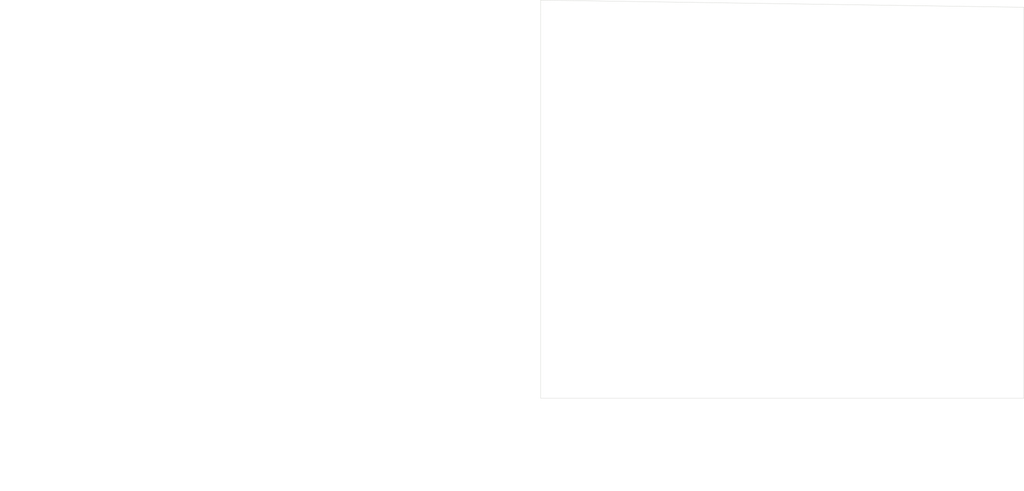
<source format=kicad_pcb>
(kicad_pcb (version 20171130) (host pcbnew 5.1.5+dfsg1-2~bpo9+1)

  (general
    (thickness 1.6)
    (drawings 9)
    (tracks 0)
    (zones 0)
    (modules 0)
    (nets 1)
  )

  (page A4)
  (layers
    (0 F.Cu signal)
    (31 B.Cu signal)
    (32 B.Adhes user)
    (33 F.Adhes user)
    (34 B.Paste user)
    (35 F.Paste user)
    (36 B.SilkS user)
    (37 F.SilkS user)
    (38 B.Mask user)
    (39 F.Mask user)
    (40 Dwgs.User user)
    (41 Cmts.User user)
    (42 Eco1.User user)
    (43 Eco2.User user)
    (44 Edge.Cuts user)
    (45 Margin user)
    (46 B.CrtYd user)
    (47 F.CrtYd user)
    (48 B.Fab user)
    (49 F.Fab user)
  )

  (setup
    (last_trace_width 0.25)
    (trace_clearance 0.2)
    (zone_clearance 0.508)
    (zone_45_only no)
    (trace_min 0.2)
    (via_size 0.8)
    (via_drill 0.4)
    (via_min_size 0.4)
    (via_min_drill 0.3)
    (uvia_size 0.3)
    (uvia_drill 0.1)
    (uvias_allowed no)
    (uvia_min_size 0.2)
    (uvia_min_drill 0.1)
    (edge_width 0.05)
    (segment_width 0.2)
    (pcb_text_width 0.3)
    (pcb_text_size 1.5 1.5)
    (mod_edge_width 0.12)
    (mod_text_size 1 1)
    (mod_text_width 0.15)
    (pad_size 1.524 1.524)
    (pad_drill 0.762)
    (pad_to_mask_clearance 0.051)
    (solder_mask_min_width 0.25)
    (aux_axis_origin 0 0)
    (visible_elements FFFFFF7F)
    (pcbplotparams
      (layerselection 0x010fc_ffffffff)
      (usegerberextensions false)
      (usegerberattributes false)
      (usegerberadvancedattributes false)
      (creategerberjobfile false)
      (excludeedgelayer true)
      (linewidth 0.010000)
      (plotframeref false)
      (viasonmask false)
      (mode 1)
      (useauxorigin false)
      (hpglpennumber 1)
      (hpglpenspeed 20)
      (hpglpendiameter 15.000000)
      (psnegative false)
      (psa4output false)
      (plotreference true)
      (plotvalue true)
      (plotinvisibletext false)
      (padsonsilk false)
      (subtractmaskfromsilk false)
      (outputformat 1)
      (mirror false)
      (drillshape 1)
      (scaleselection 1)
      (outputdirectory ""))
  )

  (net 0 "")

  (net_class Default "This is the default net class."
    (clearance 0.2)
    (trace_width 0.25)
    (via_dia 0.8)
    (via_drill 0.4)
    (uvia_dia 0.3)
    (uvia_drill 0.1)
  )

  (gr_line (start 116 32) (end 116 34) (layer Edge.Cuts) (width 0.05) (tstamp 5F190982))
  (gr_line (start 184 33) (end 116 32) (layer Edge.Cuts) (width 0.05))
  (gr_line (start 184 88) (end 184 33) (layer Edge.Cuts) (width 0.05))
  (gr_line (start 116 88) (end 184 88) (layer Edge.Cuts) (width 0.05))
  (gr_line (start 116 34) (end 116 88) (layer Edge.Cuts) (width 0.05))
  (gr_line (start 40 40) (end 90 40) (layer Dwgs.User) (width 0.15))
  (gr_line (start 90 40) (end 90 70) (layer Dwgs.User) (width 0.15))
  (gr_line (start 43 101) (end 91 101) (layer Dwgs.User) (width 0.15))
  (gr_line (start 41 41) (end 43 101) (layer Dwgs.User) (width 0.15))

)

</source>
